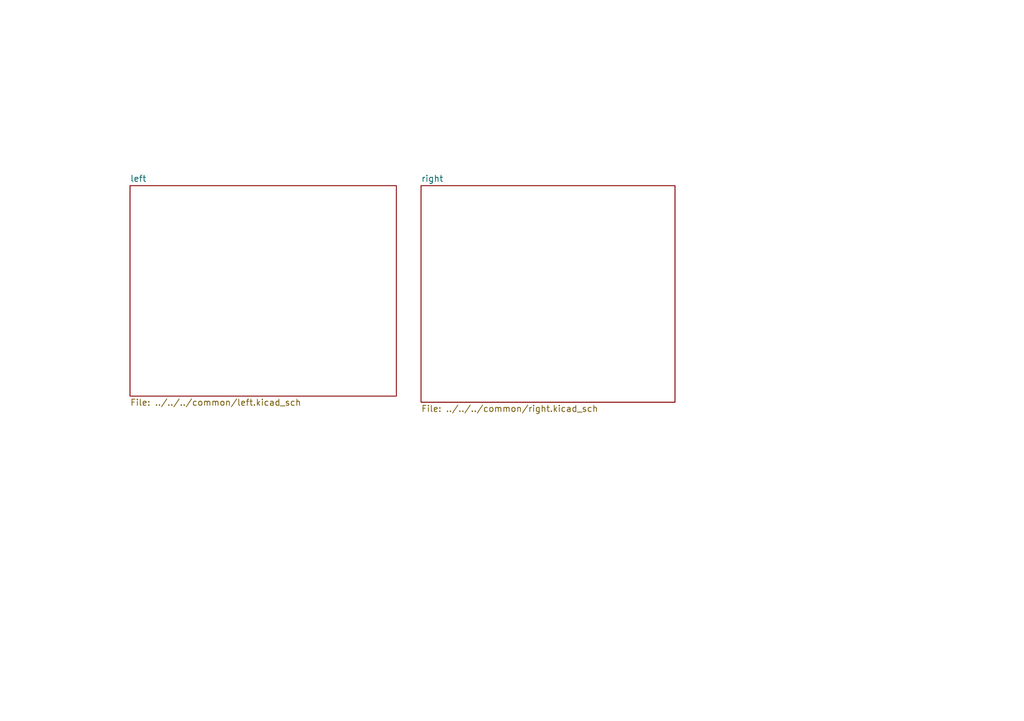
<source format=kicad_sch>
(kicad_sch
	(version 20250114)
	(generator "eeschema")
	(generator_version "9.0")
	(uuid "4cc5d416-57f5-4147-8183-e03ae6b1198a")
	(paper "A5")
	(title_block
		(title "Klofi")
		(date "2025-11-20")
		(rev "1.0")
		(company "citizen analog")
	)
	(lib_symbols)
	(sheet
		(at 26.67 38.1)
		(size 54.61 43.18)
		(exclude_from_sim no)
		(in_bom yes)
		(on_board yes)
		(dnp no)
		(fields_autoplaced yes)
		(stroke
			(width 0.1524)
			(type solid)
		)
		(fill
			(color 0 0 0 0.0000)
		)
		(uuid "089db7cd-2934-428b-a62a-55e0735649ba")
		(property "Sheetname" "left"
			(at 26.67 37.3884 0)
			(effects
				(font
					(size 1.27 1.27)
				)
				(justify left bottom)
			)
		)
		(property "Sheetfile" "../../../common/left.kicad_sch"
			(at 26.67 81.8646 0)
			(effects
				(font
					(size 1.27 1.27)
				)
				(justify left top)
			)
		)
		(instances
			(project "klofi"
				(path "/4cc5d416-57f5-4147-8183-e03ae6b1198a"
					(page "2")
				)
			)
		)
	)
	(sheet
		(at 86.36 38.1)
		(size 52.07 44.45)
		(exclude_from_sim no)
		(in_bom yes)
		(on_board yes)
		(dnp no)
		(fields_autoplaced yes)
		(stroke
			(width 0.1524)
			(type solid)
		)
		(fill
			(color 0 0 0 0.0000)
		)
		(uuid "50d96a5e-3d25-4129-9495-15388c76587f")
		(property "Sheetname" "right"
			(at 86.36 37.3884 0)
			(effects
				(font
					(size 1.27 1.27)
				)
				(justify left bottom)
			)
		)
		(property "Sheetfile" "../../../common/right.kicad_sch"
			(at 86.36 83.1346 0)
			(effects
				(font
					(size 1.27 1.27)
				)
				(justify left top)
			)
		)
		(instances
			(project "klofi"
				(path "/4cc5d416-57f5-4147-8183-e03ae6b1198a"
					(page "3")
				)
			)
		)
	)
	(sheet_instances
		(path "/"
			(page "1")
		)
	)
	(embedded_fonts no)
	(embedded_files
		(file
			(name "klofi.kicad_wks")
			(type worksheet)
			(data |KLUv/WAtCaUUAGZdXSEA1TZqxSYpSnAbOsWn6jgBcMQyc4EzL++4wmTo/39CwQRTAEwAVwAfib/D
				sXnSvpaTvVHzGxcLF61mdz60Ir9WLFwVbS/Z8kf+BAAgQILey1kpKA2V8dvQNSJJdcbvZb/OIQAC
				BYxSatVZ+2JbZg8RAIHyI9KEHmg/hLSv2iUmKUr1j/y/v6Z11Z4XaZTBa99z0nP2mzH4Ys+e1AfE
				4tcuvv32znd4QTh7TfVfH0cM1q4dXj9YPSntz96XFNU+evdBzyP+xwFZpWS5UMRfH+qG0Swht2AY
				1RBaHVox6YSycRYNo2lkjA1iGlzV1ZNSRYXoBHbSuqyh0S4ct5kGvfD3GjlnUva/DjZpY78Eea7a
				NCPVq+f3fZNagMBfvAmBAqJeCqtah6qwKKJOi3YTTUK6HjlixqyZSVaRUBiJR5dVOk17cBhmVQdJ
				NtEim8M6QCt6bztRTapFuq0T33aVhrbfvcMJDCdBuFH93pjxprOTXsWiVQJ/oBFFhhRNSQqSFDLM
				AXBEpObIdIhoeADgyjYO5AUHII+5zeGUZ8OCCgxpYQqEQHAhLidmCx0AKeQ9n6T/yBrb7V12yDYr
				OiEXJglxtvK15pFxtmAHCO91fmulXHfWElz75BBUrBctqPwIp/TZhV6iCDIApxHAeXt16x/Kg7DG
				kiWEXtJRLCUAuZbMBWDdLI5A4osumcUmrV5EsjmvZPcMXsOAYTw4linxEUyETifR+zbQER70Mm3G
				h/OmhDwS8UnyTSUo/nDK0UuSa6aYZw+3mSUACEI+UaM6ItXawEKAG2ER79AKTrs0yN07DJnJ2GGX
				ZfKigD5qX0sOMakP3fYKbZusDnmUYtdHdIyXSuldo/AF/MS73bQI2vgwVQ==|
			)
			(checksum "9F561F2F5A0DC32E669BBA2695209430")
		)
	)
)

</source>
